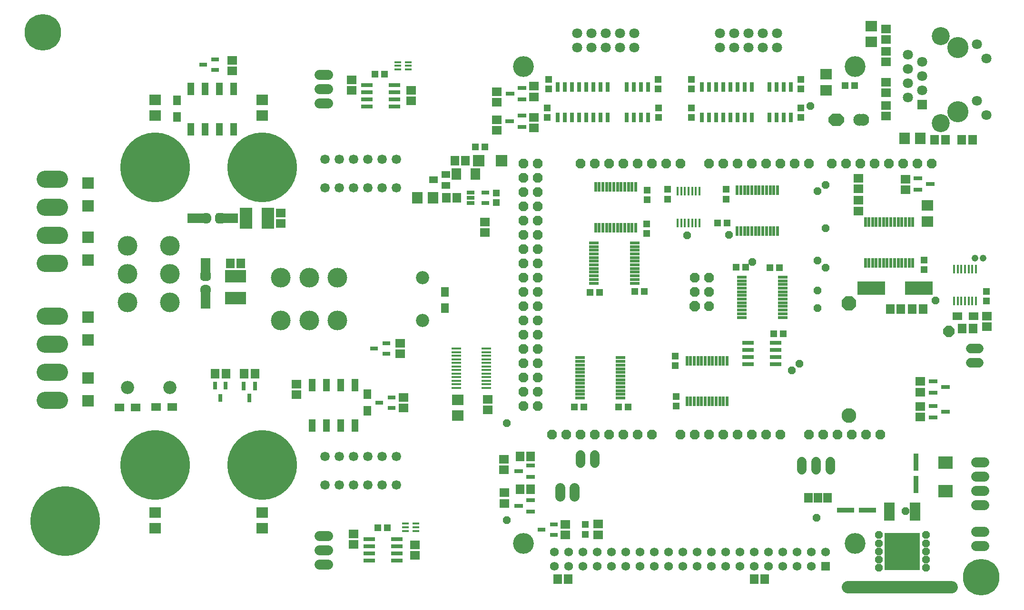
<source format=gts>
G75*
G70*
%OFA0B0*%
%FSLAX24Y24*%
%IPPOS*%
%LPD*%
%AMOC8*
5,1,8,0,0,1.08239X$1,22.5*
%
%ADD10C,0.0860*%
%ADD11R,0.0472X0.0866*%
%ADD12R,0.0567X0.0685*%
%ADD13R,0.0685X0.0567*%
%ADD14R,0.0264X0.0644*%
%ADD15R,0.0835X0.0756*%
%ADD16R,0.0658X0.0168*%
%ADD17R,0.0693X0.0614*%
%ADD18R,0.0614X0.0693*%
%ADD19R,0.0564X0.0264*%
%ADD20R,0.0264X0.0564*%
%ADD21R,0.0803X0.0843*%
%ADD22C,0.0712*%
%ADD23R,0.1008X0.0850*%
%ADD24C,0.4885*%
%ADD25C,0.0618*%
%ADD26R,0.0618X0.0618*%
%ADD27C,0.1460*%
%ADD28C,0.0672*%
%ADD29R,0.2483X0.2641*%
%ADD30R,0.0756X0.1307*%
%ADD31R,0.1190X0.0360*%
%ADD32R,0.0472X0.0512*%
%ADD33C,0.0712*%
%ADD34R,0.0288X0.0658*%
%ADD35R,0.0283X0.0657*%
%ADD36C,0.0476*%
%ADD37R,0.0824X0.0264*%
%ADD38R,0.0512X0.0472*%
%ADD39R,0.0168X0.0608*%
%ADD40R,0.0204X0.0684*%
%ADD41R,0.1929X0.0945*%
%ADD42OC8,0.0780*%
%ADD43R,0.0644X0.0264*%
%ADD44C,0.0840*%
%ADD45OC8,0.0840*%
%ADD46R,0.0488X0.0168*%
%ADD47R,0.0712X0.0712*%
%ADD48C,0.1480*%
%ADD49C,0.1263*%
%ADD50R,0.0756X0.0835*%
%ADD51OC8,0.0756*%
%ADD52C,0.0756*%
%ADD53R,0.0661X0.1528*%
%ADD54R,0.0898X0.1488*%
%ADD55R,0.1488X0.0898*%
%ADD56R,0.0684X0.0204*%
%ADD57R,0.0360X0.1190*%
%ADD58R,0.1528X0.0661*%
%ADD59C,0.1032*%
%ADD60OC8,0.1032*%
%ADD61OC8,0.0665*%
%ADD62OC8,0.0720*%
%ADD63C,0.0665*%
%ADD64C,0.1200*%
%ADD65R,0.0630X0.0472*%
%ADD66R,0.0756X0.0836*%
%ADD67R,0.0544X0.0264*%
%ADD68R,0.0661X0.0819*%
%ADD69R,0.0843X0.0803*%
%ADD70C,0.1381*%
%ADD71C,0.0921*%
%ADD72OC8,0.0523*%
%ADD73C,0.2562*%
D10*
X070359Y006611D02*
X077634Y006611D01*
D11*
X035834Y017944D03*
X034834Y017944D03*
X033834Y017944D03*
X032834Y017944D03*
X032834Y020778D03*
X033834Y020778D03*
X034834Y020778D03*
X035834Y020778D03*
X027334Y038719D03*
X026334Y038719D03*
X025334Y038719D03*
X024334Y038719D03*
X024334Y041553D03*
X025334Y041553D03*
X026334Y041553D03*
X027334Y041553D03*
D12*
X023346Y040730D03*
X023346Y039589D03*
X042109Y027307D03*
X042109Y026165D03*
X036684Y020132D03*
X036684Y018990D03*
D13*
X023030Y019236D03*
X021888Y019236D03*
X020455Y019211D03*
X019313Y019211D03*
X078013Y025611D03*
X079155Y025611D03*
D14*
X028809Y020711D03*
X028009Y020711D03*
X028409Y019861D03*
D15*
X043035Y019736D03*
X043035Y018634D03*
X029310Y011838D03*
X029310Y010736D03*
X021809Y010735D03*
X021809Y011837D03*
X075909Y032260D03*
X075909Y033362D03*
X068809Y041460D03*
X068809Y042562D03*
X071984Y044835D03*
X071984Y045937D03*
X029331Y040787D03*
X029331Y039684D03*
X021809Y039685D03*
X021809Y040787D03*
D16*
X042908Y023340D03*
X042908Y023080D03*
X042908Y022840D03*
X042908Y022580D03*
X042908Y022340D03*
X042908Y022080D03*
X042908Y021840D03*
X042908Y021580D03*
X042908Y021340D03*
X042908Y021080D03*
X042908Y020840D03*
X042908Y020580D03*
X045008Y020580D03*
X045008Y020840D03*
X045008Y021080D03*
X045008Y021340D03*
X045008Y021580D03*
X045008Y021840D03*
X045008Y022080D03*
X045008Y022340D03*
X045008Y022580D03*
X045008Y022840D03*
X045008Y023080D03*
X045008Y023340D03*
D17*
X038984Y023710D03*
X038984Y022962D03*
X039234Y019910D03*
X039234Y019162D03*
X045110Y019039D03*
X045110Y019787D03*
X046259Y015585D03*
X046259Y014837D03*
X046284Y013235D03*
X046284Y012487D03*
X050559Y011010D03*
X050559Y010262D03*
X052859Y010287D03*
X052859Y011035D03*
X040009Y009585D03*
X040009Y008837D03*
X035734Y009612D03*
X035734Y010360D03*
X031709Y020112D03*
X031709Y020860D03*
X044909Y031462D03*
X044909Y032210D03*
X045759Y038637D03*
X045759Y039385D03*
X045759Y040612D03*
X045759Y041360D03*
X048359Y040987D03*
X048359Y041735D03*
X048359Y039560D03*
X048359Y038812D03*
X039759Y040712D03*
X039759Y041460D03*
X035584Y041437D03*
X035584Y042185D03*
X027234Y042812D03*
X027234Y043560D03*
X030634Y032860D03*
X030634Y032112D03*
X071084Y032987D03*
X071084Y033735D03*
X071084Y034537D03*
X071084Y035285D03*
X074384Y035210D03*
X074384Y034462D03*
X073009Y039637D03*
X073009Y040385D03*
X073009Y041262D03*
X073009Y042010D03*
X073009Y043437D03*
X073009Y044185D03*
X073009Y045012D03*
X073009Y045760D03*
X080084Y025610D03*
X080084Y024862D03*
X075409Y021035D03*
X075409Y020287D03*
X075409Y019285D03*
X075409Y018537D03*
D18*
X078360Y024736D03*
X079108Y024736D03*
X075608Y026111D03*
X074860Y026111D03*
X074058Y026111D03*
X073310Y026111D03*
X076435Y037986D03*
X077183Y037986D03*
X078335Y037986D03*
X079083Y037986D03*
X043558Y036511D03*
X042810Y036511D03*
X042958Y033911D03*
X042210Y033911D03*
X027833Y029311D03*
X027085Y029311D03*
X026783Y021586D03*
X026035Y021586D03*
X028060Y021571D03*
X028808Y021571D03*
X047385Y015786D03*
X048133Y015786D03*
X048133Y013461D03*
X047385Y013461D03*
X050010Y007186D03*
X050758Y007186D03*
X063785Y007161D03*
X064533Y007161D03*
X067590Y012861D03*
X068259Y012861D03*
X068928Y012861D03*
D19*
X049764Y011006D03*
X048904Y010636D03*
X049764Y010266D03*
X038389Y019166D03*
X038389Y019906D03*
X037529Y019536D03*
X038014Y022966D03*
X037154Y023336D03*
X038014Y023706D03*
X026039Y042866D03*
X026039Y043606D03*
X025179Y043236D03*
D20*
X026014Y020741D03*
X026754Y020741D03*
X026384Y019881D03*
D21*
X017134Y019679D03*
X017134Y021293D03*
X017134Y023929D03*
X017134Y025543D03*
X017134Y029529D03*
X017134Y031143D03*
X017134Y033329D03*
X017134Y034943D03*
D22*
X033337Y040536D02*
X033931Y040536D01*
X033931Y041536D02*
X033337Y041536D01*
X033337Y042536D02*
X033931Y042536D01*
X079311Y015386D02*
X079905Y015386D01*
X079905Y014386D02*
X079311Y014386D01*
X079311Y013386D02*
X079905Y013386D01*
X079905Y012386D02*
X079311Y012386D01*
X079312Y010511D02*
X079906Y010511D01*
X079906Y009511D02*
X079312Y009511D01*
X051184Y012989D02*
X051184Y013583D01*
X050184Y013583D02*
X050184Y012989D01*
X033931Y010211D02*
X033337Y010211D01*
X033337Y009211D02*
X033931Y009211D01*
X033931Y008211D02*
X033337Y008211D01*
D23*
X077185Y013332D03*
X077185Y015340D03*
D24*
X015520Y011248D03*
X021819Y015185D03*
X029319Y015185D03*
X029319Y036051D03*
X021819Y036051D03*
D25*
X049784Y009086D03*
X050784Y009086D03*
X051784Y009086D03*
X052784Y009086D03*
X053784Y009086D03*
X054784Y009086D03*
X055784Y009086D03*
X056784Y009086D03*
X057784Y009086D03*
X058784Y009086D03*
X059784Y009086D03*
X060784Y009086D03*
X061784Y009086D03*
X062784Y009086D03*
X063784Y009086D03*
X064784Y009086D03*
X065784Y009086D03*
X066784Y009086D03*
X067784Y009086D03*
X068784Y009086D03*
X067784Y008086D03*
X066784Y008086D03*
X065784Y008086D03*
X064784Y008086D03*
X063784Y008086D03*
X062784Y008086D03*
X061784Y008086D03*
X060784Y008086D03*
X059784Y008086D03*
X058784Y008086D03*
X057784Y008086D03*
X056784Y008086D03*
X055784Y008086D03*
X054784Y008086D03*
X053784Y008086D03*
X052784Y008086D03*
X051784Y008086D03*
X050784Y008086D03*
X049784Y008086D03*
D26*
X068784Y008086D03*
D27*
X070847Y009661D03*
X047619Y009661D03*
X047619Y043125D03*
X070847Y043125D03*
D28*
X078954Y023336D02*
X079514Y023336D01*
X079514Y022336D02*
X078954Y022336D01*
X069134Y015416D02*
X069134Y014856D01*
X068134Y014856D02*
X068134Y015416D01*
X067134Y015416D02*
X067134Y014856D01*
X052634Y015306D02*
X052634Y015866D01*
X051634Y015866D02*
X051634Y015306D01*
D29*
X074159Y009099D03*
D30*
X073261Y011926D03*
X075057Y011926D03*
D31*
X071739Y012011D03*
X070179Y012011D03*
D32*
X058334Y019301D03*
X058334Y019970D03*
X058259Y022151D03*
X058259Y022820D03*
X056259Y031406D03*
X056259Y032075D03*
X056284Y033771D03*
X056284Y034440D03*
X057734Y034495D03*
X057734Y033826D03*
X061834Y033826D03*
X061834Y034495D03*
X059384Y039551D03*
X059384Y040220D03*
X057084Y040220D03*
X057084Y039551D03*
X057059Y041551D03*
X057059Y042220D03*
X059384Y042220D03*
X059384Y041551D03*
X067059Y041551D03*
X067059Y042220D03*
X070149Y041761D03*
X070819Y041761D03*
X067059Y040220D03*
X067059Y039551D03*
X049284Y039551D03*
X049284Y040220D03*
X049384Y041551D03*
X049384Y042220D03*
X044919Y037461D03*
X044249Y037461D03*
X045734Y034245D03*
X045734Y033576D03*
X075684Y029545D03*
X075684Y028876D03*
X080059Y027345D03*
X080059Y026676D03*
X051959Y010995D03*
X051959Y010326D03*
D33*
X080059Y039696D03*
X079390Y040696D03*
X075559Y041436D03*
X074559Y041936D03*
X074559Y040936D03*
X075559Y042436D03*
X074559Y042936D03*
X075559Y043436D03*
X074559Y043936D03*
X079390Y044676D03*
X080059Y043676D03*
X065384Y044436D03*
X065384Y045436D03*
X064384Y045436D03*
X063384Y045436D03*
X062384Y045436D03*
X061384Y045436D03*
X061384Y044436D03*
X062384Y044436D03*
X063384Y044436D03*
X064384Y044436D03*
X055384Y044436D03*
X055384Y045436D03*
X054384Y045436D03*
X053384Y045436D03*
X052384Y045436D03*
X051384Y045436D03*
X051384Y044436D03*
X052384Y044436D03*
X053384Y044436D03*
X054384Y044436D03*
D34*
X053509Y041671D03*
X053009Y041671D03*
X052509Y041671D03*
X052009Y041671D03*
X051509Y041671D03*
X051009Y041671D03*
X050509Y041671D03*
X050009Y041671D03*
X050009Y039551D03*
X050509Y039551D03*
X051009Y039551D03*
X051509Y039551D03*
X052009Y039551D03*
X052509Y039551D03*
X053009Y039551D03*
X053509Y039551D03*
X060109Y039551D03*
X060609Y039551D03*
X061109Y039551D03*
X061609Y039551D03*
X062109Y039551D03*
X062609Y039551D03*
X063109Y039551D03*
X063609Y039551D03*
X063609Y041671D03*
X063109Y041671D03*
X062609Y041671D03*
X062109Y041671D03*
X061609Y041671D03*
X061109Y041671D03*
X060609Y041671D03*
X060109Y041671D03*
D35*
X056357Y041674D03*
X055857Y041674D03*
X055357Y041674D03*
X054857Y041674D03*
X054857Y039548D03*
X055357Y039548D03*
X055857Y039548D03*
X056357Y039548D03*
X064857Y039548D03*
X065357Y039548D03*
X065857Y039548D03*
X066357Y039548D03*
X066357Y041674D03*
X065857Y041674D03*
X065357Y041674D03*
X064857Y041674D03*
D36*
X079259Y029686D03*
X079810Y029686D03*
D37*
X065304Y023736D03*
X065304Y023236D03*
X065304Y022736D03*
X065304Y022236D03*
X063364Y022236D03*
X063364Y022736D03*
X063364Y023236D03*
X063364Y023736D03*
X038754Y009961D03*
X038754Y009461D03*
X038754Y008961D03*
X038754Y008461D03*
X036814Y008461D03*
X036814Y008961D03*
X036814Y009461D03*
X036814Y009961D03*
X036664Y040311D03*
X036664Y040811D03*
X036664Y041311D03*
X036664Y041811D03*
X038604Y041811D03*
X038604Y041311D03*
X038604Y040811D03*
X038604Y040311D03*
D38*
X037894Y042586D03*
X037224Y042586D03*
X061224Y032136D03*
X061894Y032136D03*
X062524Y029036D03*
X063194Y029036D03*
X064899Y029011D03*
X065569Y029011D03*
X065819Y024386D03*
X065149Y024386D03*
X056094Y027336D03*
X055424Y027336D03*
X052969Y027286D03*
X052299Y027286D03*
X051844Y019236D03*
X051174Y019236D03*
X054274Y019236D03*
X054944Y019236D03*
X038094Y010761D03*
X037424Y010761D03*
D39*
X077789Y026676D03*
X078049Y026676D03*
X078299Y026676D03*
X078559Y026676D03*
X078819Y026676D03*
X079069Y026676D03*
X079329Y026676D03*
X079329Y028896D03*
X079069Y028896D03*
X078819Y028896D03*
X078559Y028896D03*
X078299Y028896D03*
X078049Y028896D03*
X077789Y028896D03*
X059954Y032151D03*
X059694Y032151D03*
X059444Y032151D03*
X059184Y032151D03*
X058924Y032151D03*
X058674Y032151D03*
X058414Y032151D03*
X058414Y034371D03*
X058674Y034371D03*
X058924Y034371D03*
X059184Y034371D03*
X059444Y034371D03*
X059694Y034371D03*
X059954Y034371D03*
D40*
X062599Y034441D03*
X062859Y034441D03*
X063109Y034441D03*
X063369Y034441D03*
X063629Y034441D03*
X063879Y034441D03*
X064139Y034441D03*
X064389Y034441D03*
X064649Y034441D03*
X064909Y034441D03*
X065159Y034441D03*
X065419Y034441D03*
X065419Y031581D03*
X065159Y031581D03*
X064909Y031581D03*
X064649Y031581D03*
X064389Y031581D03*
X064139Y031581D03*
X063879Y031581D03*
X063629Y031581D03*
X063369Y031581D03*
X063109Y031581D03*
X062859Y031581D03*
X062599Y031581D03*
X055494Y031806D03*
X055234Y031806D03*
X054984Y031806D03*
X054724Y031806D03*
X054464Y031806D03*
X054214Y031806D03*
X053954Y031806D03*
X053704Y031806D03*
X053444Y031806D03*
X053184Y031806D03*
X052934Y031806D03*
X052674Y031806D03*
X052674Y034666D03*
X052934Y034666D03*
X053184Y034666D03*
X053444Y034666D03*
X053704Y034666D03*
X053954Y034666D03*
X054214Y034666D03*
X054464Y034666D03*
X054724Y034666D03*
X054984Y034666D03*
X055234Y034666D03*
X055494Y034666D03*
X071574Y032216D03*
X071824Y032216D03*
X072084Y032216D03*
X072334Y032216D03*
X072594Y032216D03*
X072854Y032216D03*
X073104Y032216D03*
X073364Y032216D03*
X073614Y032216D03*
X073874Y032216D03*
X074134Y032216D03*
X074384Y032216D03*
X074644Y032216D03*
X074894Y032216D03*
X074894Y029356D03*
X074644Y029356D03*
X074384Y029356D03*
X074134Y029356D03*
X073874Y029356D03*
X073614Y029356D03*
X073364Y029356D03*
X073104Y029356D03*
X072854Y029356D03*
X072594Y029356D03*
X072334Y029356D03*
X072084Y029356D03*
X071824Y029356D03*
X071574Y029356D03*
X061894Y022491D03*
X061634Y022491D03*
X061384Y022491D03*
X061124Y022491D03*
X060864Y022491D03*
X060614Y022491D03*
X060354Y022491D03*
X060104Y022491D03*
X059844Y022491D03*
X059584Y022491D03*
X059334Y022491D03*
X059074Y022491D03*
X059074Y019631D03*
X059334Y019631D03*
X059584Y019631D03*
X059844Y019631D03*
X060104Y019631D03*
X060354Y019631D03*
X060614Y019631D03*
X060864Y019631D03*
X061124Y019631D03*
X061384Y019631D03*
X061634Y019631D03*
X061894Y019631D03*
D41*
X071986Y027586D03*
X075332Y027586D03*
D42*
X077409Y024536D03*
D43*
X076334Y021036D03*
X076334Y020236D03*
X077184Y020636D03*
X076334Y019311D03*
X076334Y018511D03*
X077184Y018911D03*
X048134Y015136D03*
X047284Y014736D03*
X048134Y014336D03*
X048134Y012711D03*
X047284Y012311D03*
X048134Y011911D03*
X075259Y034461D03*
X076109Y034861D03*
X075259Y035261D03*
X047509Y038886D03*
X047509Y039686D03*
X046659Y039286D03*
X047534Y040811D03*
X046684Y041211D03*
X047534Y041611D03*
D44*
X071159Y039386D03*
X071409Y039386D03*
D45*
X069659Y039386D03*
X069409Y039386D03*
D46*
X039554Y042901D03*
X039554Y043161D03*
X039554Y043421D03*
X038814Y043421D03*
X038814Y043161D03*
X038814Y042901D03*
X039364Y011071D03*
X039364Y010811D03*
X039364Y010551D03*
X040104Y010551D03*
X040104Y010811D03*
X040104Y011071D03*
D47*
X075559Y040436D03*
D48*
X078059Y039936D03*
X078059Y044436D03*
D49*
X076858Y045237D03*
X076858Y039135D03*
D50*
X075435Y038061D03*
X074333Y038061D03*
D51*
X026384Y032486D03*
X025359Y028436D03*
D52*
X025359Y027436D03*
X025384Y032486D03*
D53*
X025359Y028920D03*
X025359Y026912D03*
D54*
X028191Y032486D03*
X029727Y032486D03*
D55*
X027459Y028404D03*
X027459Y026868D03*
D56*
X051579Y022696D03*
X051579Y022436D03*
X051579Y022186D03*
X051579Y021926D03*
X051579Y021666D03*
X051579Y021416D03*
X051579Y021156D03*
X051579Y020906D03*
X051579Y020646D03*
X051579Y020386D03*
X051579Y020136D03*
X051579Y019876D03*
X054439Y019876D03*
X054439Y020136D03*
X054439Y020386D03*
X054439Y020646D03*
X054439Y020906D03*
X054439Y021156D03*
X054439Y021416D03*
X054439Y021666D03*
X054439Y021926D03*
X054439Y022186D03*
X054439Y022436D03*
X054439Y022696D03*
X062929Y025526D03*
X062929Y025786D03*
X062929Y026036D03*
X062929Y026296D03*
X062929Y026556D03*
X062929Y026806D03*
X062929Y027066D03*
X062929Y027316D03*
X062929Y027576D03*
X062929Y027836D03*
X062929Y028086D03*
X062929Y028346D03*
X065789Y028346D03*
X065789Y028086D03*
X065789Y027836D03*
X065789Y027576D03*
X065789Y027316D03*
X065789Y027066D03*
X065789Y026806D03*
X065789Y026556D03*
X065789Y026296D03*
X065789Y026036D03*
X065789Y025786D03*
X065789Y025526D03*
X055414Y027926D03*
X055414Y028186D03*
X055414Y028436D03*
X055414Y028696D03*
X055414Y028956D03*
X055414Y029206D03*
X055414Y029466D03*
X055414Y029716D03*
X055414Y029976D03*
X055414Y030236D03*
X055414Y030486D03*
X055414Y030746D03*
X052554Y030746D03*
X052554Y030486D03*
X052554Y030236D03*
X052554Y029976D03*
X052554Y029716D03*
X052554Y029466D03*
X052554Y029206D03*
X052554Y028956D03*
X052554Y028696D03*
X052554Y028436D03*
X052554Y028186D03*
X052554Y027926D03*
D57*
X075109Y015366D03*
X075109Y013806D03*
D58*
X026868Y032486D03*
X024860Y032486D03*
D59*
X070409Y018656D03*
D60*
X070409Y026526D03*
D61*
X060634Y026311D03*
X060634Y027311D03*
X059634Y027311D03*
X059634Y028311D03*
X060634Y028311D03*
X048634Y028311D03*
X048634Y029311D03*
X047634Y029311D03*
X047634Y028311D03*
X047634Y027311D03*
X048634Y027311D03*
X048634Y026311D03*
X047634Y026311D03*
X047634Y025311D03*
X048634Y025311D03*
X048634Y024311D03*
X047634Y024311D03*
X047634Y023311D03*
X048634Y023311D03*
X048634Y022311D03*
X047634Y022311D03*
X047634Y021311D03*
X048634Y021311D03*
X048634Y020311D03*
X047634Y020311D03*
X047634Y019311D03*
X048634Y019311D03*
X049634Y017311D03*
X050634Y017311D03*
X051634Y017311D03*
X052634Y017311D03*
X053634Y017311D03*
X054634Y017311D03*
X055634Y017311D03*
X056634Y017311D03*
X058634Y017311D03*
X059634Y017311D03*
X060634Y017311D03*
X061634Y017311D03*
X062634Y017311D03*
X063634Y017311D03*
X064634Y017311D03*
X065634Y017311D03*
X067634Y017311D03*
X068634Y017311D03*
X069634Y017311D03*
X070634Y017311D03*
X071634Y017311D03*
X072634Y017311D03*
X048634Y030311D03*
X047634Y030311D03*
X047634Y031311D03*
X048634Y031311D03*
X048634Y032311D03*
X048634Y033311D03*
X047634Y033311D03*
X047634Y032311D03*
X047634Y034311D03*
X048634Y034311D03*
X048634Y035311D03*
X047634Y035311D03*
X047634Y036311D03*
X048634Y036311D03*
X051634Y036311D03*
X052634Y036311D03*
X053634Y036311D03*
X054634Y036311D03*
X055634Y036311D03*
X056634Y036311D03*
X057634Y036311D03*
X058634Y036311D03*
X060634Y036311D03*
X061634Y036311D03*
X062634Y036311D03*
X063634Y036311D03*
X064634Y036311D03*
X065634Y036311D03*
X066634Y036311D03*
X067634Y036311D03*
X069234Y036311D03*
X070234Y036311D03*
X071234Y036311D03*
X072234Y036311D03*
X073234Y036311D03*
X074234Y036311D03*
X075234Y036311D03*
X076234Y036311D03*
D62*
X059634Y026311D03*
D63*
X038734Y034611D03*
X037734Y034611D03*
X036734Y034611D03*
X035734Y034611D03*
X034734Y034611D03*
X033734Y034611D03*
X033734Y036611D03*
X034734Y036611D03*
X035734Y036611D03*
X036734Y036611D03*
X037734Y036611D03*
X038734Y036611D03*
X038734Y015761D03*
X037734Y015761D03*
X036734Y015761D03*
X035734Y015761D03*
X034734Y015761D03*
X033734Y015761D03*
X033734Y013761D03*
X034734Y013761D03*
X035734Y013761D03*
X036734Y013761D03*
X037734Y013761D03*
X038734Y013761D03*
D64*
X015134Y019705D02*
X014134Y019705D01*
X014134Y021674D02*
X015134Y021674D01*
X015134Y023642D02*
X014134Y023642D01*
X014134Y025611D02*
X015134Y025611D01*
X015134Y029305D02*
X014134Y029305D01*
X014134Y031274D02*
X015134Y031274D01*
X015134Y033242D02*
X014134Y033242D01*
X014134Y035211D02*
X015134Y035211D01*
D65*
X041326Y035161D03*
X042192Y035535D03*
X042192Y034787D03*
D66*
X041294Y033911D03*
X040174Y033911D03*
D67*
X043924Y033911D03*
X043924Y034281D03*
X043924Y033541D03*
X044944Y033541D03*
X044944Y034281D03*
D68*
X044253Y035561D03*
X042915Y035561D03*
D69*
X044477Y036511D03*
X046091Y036511D03*
D70*
X034592Y028299D03*
X032608Y028299D03*
X030623Y028299D03*
X030623Y025323D03*
X032608Y025323D03*
X034592Y025323D03*
X022872Y026578D03*
X019896Y026578D03*
X019896Y028562D03*
X022872Y028562D03*
X022872Y030546D03*
X019896Y030546D03*
D71*
X019896Y020625D03*
X022872Y020625D03*
X040545Y025323D03*
X040545Y028299D03*
D72*
X059084Y031261D03*
X062009Y031311D03*
X063659Y029411D03*
X068209Y029511D03*
X068784Y029011D03*
X068209Y027411D03*
X068209Y026161D03*
X066959Y022261D03*
X066409Y021811D03*
X076484Y026711D03*
X068784Y031786D03*
X068209Y034386D03*
X068784Y034811D03*
X067709Y040336D03*
X046459Y018111D03*
X046459Y011311D03*
X068159Y011461D03*
X072509Y010261D03*
X072509Y009686D03*
X072509Y009111D03*
X072509Y008536D03*
X072509Y007961D03*
X075809Y007961D03*
X075809Y008536D03*
X075809Y009111D03*
X075809Y009686D03*
X075809Y010261D03*
X074384Y011936D03*
D73*
X079693Y007311D03*
X013945Y045500D03*
M02*

</source>
